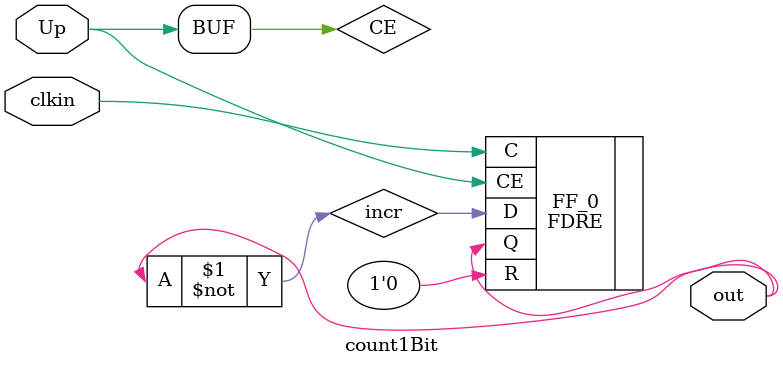
<source format=v>
`timescale 1ns / 1ps


module count1Bit(
    input clkin,
    input Up,
    output out
    );
    wire incr, CE;
    assign CE = Up;
    assign incr = (~out);
    
    FDRE #(.INIT(1'b0)) FF_0 (.C(clkin), .R(1'b0), .CE(CE), .D(incr), .Q(out));

endmodule

</source>
